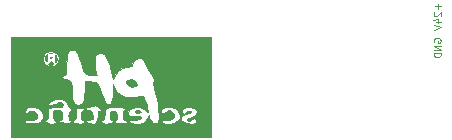
<source format=gbr>
G04 #@! TF.GenerationSoftware,KiCad,Pcbnew,(5.1.2)-2*
G04 #@! TF.CreationDate,2019-11-06T08:40:08+07:00*
G04 #@! TF.ProjectId,ph_vresistor_pos_sensor_board_hw,70685f76-7265-4736-9973-746f725f706f,rev?*
G04 #@! TF.SameCoordinates,Original*
G04 #@! TF.FileFunction,Legend,Bot*
G04 #@! TF.FilePolarity,Positive*
%FSLAX46Y46*%
G04 Gerber Fmt 4.6, Leading zero omitted, Abs format (unit mm)*
G04 Created by KiCad (PCBNEW (5.1.2)-2) date 2019-11-06 08:40:08*
%MOMM*%
%LPD*%
G04 APERTURE LIST*
%ADD10C,0.100000*%
%ADD11C,0.010000*%
G04 APERTURE END LIST*
D10*
X121366000Y-86664857D02*
X121337428Y-86607714D01*
X121337428Y-86522000D01*
X121366000Y-86436285D01*
X121423142Y-86379142D01*
X121480285Y-86350571D01*
X121594571Y-86322000D01*
X121680285Y-86322000D01*
X121794571Y-86350571D01*
X121851714Y-86379142D01*
X121908857Y-86436285D01*
X121937428Y-86522000D01*
X121937428Y-86579142D01*
X121908857Y-86664857D01*
X121880285Y-86693428D01*
X121680285Y-86693428D01*
X121680285Y-86579142D01*
X121937428Y-86950571D02*
X121337428Y-86950571D01*
X121937428Y-87293428D01*
X121337428Y-87293428D01*
X121937428Y-87579142D02*
X121337428Y-87579142D01*
X121337428Y-87722000D01*
X121366000Y-87807714D01*
X121423142Y-87864857D01*
X121480285Y-87893428D01*
X121594571Y-87922000D01*
X121680285Y-87922000D01*
X121794571Y-87893428D01*
X121851714Y-87864857D01*
X121908857Y-87807714D01*
X121937428Y-87722000D01*
X121937428Y-87579142D01*
X121708857Y-83397857D02*
X121708857Y-83855000D01*
X121937428Y-83626428D02*
X121480285Y-83626428D01*
X121394571Y-84112142D02*
X121366000Y-84140714D01*
X121337428Y-84197857D01*
X121337428Y-84340714D01*
X121366000Y-84397857D01*
X121394571Y-84426428D01*
X121451714Y-84455000D01*
X121508857Y-84455000D01*
X121594571Y-84426428D01*
X121937428Y-84083571D01*
X121937428Y-84455000D01*
X121537428Y-84969285D02*
X121937428Y-84969285D01*
X121308857Y-84826428D02*
X121737428Y-84683571D01*
X121737428Y-85055000D01*
X121337428Y-85197857D02*
X121937428Y-85397857D01*
X121337428Y-85597857D01*
D11*
G36*
X88814166Y-87573927D02*
G01*
X88803530Y-87604829D01*
X88920000Y-87616631D01*
X89040195Y-87603326D01*
X89025833Y-87573927D01*
X88852491Y-87562744D01*
X88814166Y-87573927D01*
X88814166Y-87573927D01*
G37*
X88814166Y-87573927D02*
X88803530Y-87604829D01*
X88920000Y-87616631D01*
X89040195Y-87603326D01*
X89025833Y-87573927D01*
X88852491Y-87562744D01*
X88814166Y-87573927D01*
G36*
X88863555Y-87912222D02*
G01*
X88875178Y-87962556D01*
X88920000Y-87968667D01*
X88989690Y-87937688D01*
X88976444Y-87912222D01*
X88875965Y-87902089D01*
X88863555Y-87912222D01*
X88863555Y-87912222D01*
G37*
X88863555Y-87912222D02*
X88875178Y-87962556D01*
X88920000Y-87968667D01*
X88989690Y-87937688D01*
X88976444Y-87912222D01*
X88875965Y-87902089D01*
X88863555Y-87912222D01*
G36*
X88517833Y-87771680D02*
G01*
X88426101Y-87977100D01*
X88428641Y-88169659D01*
X88496666Y-88265000D01*
X88581858Y-88270136D01*
X88591313Y-88248830D01*
X88601409Y-88123056D01*
X88612093Y-87913134D01*
X88612480Y-87903664D01*
X88611990Y-87728317D01*
X88579514Y-87699940D01*
X88517833Y-87771680D01*
X88517833Y-87771680D01*
G37*
X88517833Y-87771680D02*
X88426101Y-87977100D01*
X88428641Y-88169659D01*
X88496666Y-88265000D01*
X88581858Y-88270136D01*
X88591313Y-88248830D01*
X88601409Y-88123056D01*
X88612093Y-87913134D01*
X88612480Y-87903664D01*
X88611990Y-87728317D01*
X88579514Y-87699940D01*
X88517833Y-87771680D01*
G36*
X89302442Y-87753743D02*
G01*
X89279839Y-87862833D01*
X89267469Y-88110529D01*
X89280215Y-88243833D01*
X89312408Y-88370349D01*
X89354151Y-88340017D01*
X89379901Y-88285977D01*
X89406979Y-88096493D01*
X89379526Y-87904977D01*
X89330481Y-87752129D01*
X89302442Y-87753743D01*
X89302442Y-87753743D01*
G37*
X89302442Y-87753743D02*
X89279839Y-87862833D01*
X89267469Y-88110529D01*
X89280215Y-88243833D01*
X89312408Y-88370349D01*
X89354151Y-88340017D01*
X89379901Y-88285977D01*
X89406979Y-88096493D01*
X89379526Y-87904977D01*
X89330481Y-87752129D01*
X89302442Y-87753743D01*
G36*
X88819587Y-88363093D02*
G01*
X88798879Y-88385504D01*
X88700813Y-88504117D01*
X88720560Y-88551715D01*
X88881732Y-88560202D01*
X88928044Y-88560037D01*
X89092982Y-88544151D01*
X89134410Y-88506542D01*
X89123195Y-88496537D01*
X89010843Y-88361951D01*
X88994030Y-88322004D01*
X88935748Y-88273280D01*
X88819587Y-88363093D01*
X88819587Y-88363093D01*
G37*
X88819587Y-88363093D02*
X88798879Y-88385504D01*
X88700813Y-88504117D01*
X88720560Y-88551715D01*
X88881732Y-88560202D01*
X88928044Y-88560037D01*
X89092982Y-88544151D01*
X89134410Y-88506542D01*
X89123195Y-88496537D01*
X89010843Y-88361951D01*
X88994030Y-88322004D01*
X88935748Y-88273280D01*
X88819587Y-88363093D01*
G36*
X95447219Y-89827113D02*
G01*
X95296060Y-89976554D01*
X95295129Y-90150533D01*
X95440855Y-90302734D01*
X95485650Y-90325743D01*
X95817838Y-90417667D01*
X96087538Y-90358496D01*
X96112754Y-90343543D01*
X96189386Y-90264998D01*
X96167857Y-90145690D01*
X96118391Y-90046222D01*
X95926157Y-89837375D01*
X95673278Y-89767008D01*
X95447219Y-89827113D01*
X95447219Y-89827113D01*
G37*
X95447219Y-89827113D02*
X95296060Y-89976554D01*
X95295129Y-90150533D01*
X95440855Y-90302734D01*
X95485650Y-90325743D01*
X95817838Y-90417667D01*
X96087538Y-90358496D01*
X96112754Y-90343543D01*
X96189386Y-90264998D01*
X96167857Y-90145690D01*
X96118391Y-90046222D01*
X95926157Y-89837375D01*
X95673278Y-89767008D01*
X95447219Y-89827113D01*
G36*
X96159000Y-92425382D02*
G01*
X96039405Y-92507940D01*
X96070490Y-92583233D01*
X96234811Y-92623797D01*
X96286000Y-92625333D01*
X96464380Y-92603422D01*
X96539982Y-92550631D01*
X96540000Y-92549725D01*
X96469238Y-92453733D01*
X96309374Y-92406627D01*
X96159000Y-92425382D01*
X96159000Y-92425382D01*
G37*
X96159000Y-92425382D02*
X96039405Y-92507940D01*
X96070490Y-92583233D01*
X96234811Y-92623797D01*
X96286000Y-92625333D01*
X96464380Y-92603422D01*
X96539982Y-92550631D01*
X96540000Y-92549725D01*
X96469238Y-92453733D01*
X96309374Y-92406627D01*
X96159000Y-92425382D01*
G36*
X85533333Y-94657333D02*
G01*
X102466666Y-94657333D01*
X102466666Y-92600351D01*
X101265973Y-92600351D01*
X101216362Y-92760811D01*
X101083632Y-92875766D01*
X100861739Y-92972027D01*
X100632200Y-93072948D01*
X100481043Y-93170230D01*
X100452517Y-93206781D01*
X100487656Y-93280468D01*
X100616566Y-93302226D01*
X100773355Y-93276516D01*
X100892125Y-93207801D01*
X100912049Y-93175667D01*
X101013247Y-93058234D01*
X101128680Y-93075518D01*
X101194875Y-93211782D01*
X101196666Y-93246222D01*
X101174781Y-93424031D01*
X101140222Y-93500222D01*
X100997573Y-93549087D01*
X100756727Y-93554554D01*
X100481807Y-93521462D01*
X100236934Y-93454649D01*
X100176462Y-93427492D01*
X99975310Y-93263160D01*
X99926666Y-93097329D01*
X99956562Y-92965082D01*
X100071408Y-92862823D01*
X100084681Y-92857025D01*
X99825232Y-92857025D01*
X99821765Y-93104145D01*
X99743567Y-93267296D01*
X99623314Y-93377728D01*
X99378132Y-93492843D01*
X99045250Y-93555710D01*
X98700487Y-93558072D01*
X98451925Y-93505275D01*
X98335046Y-93395051D01*
X98318000Y-93326519D01*
X98356715Y-93244836D01*
X98498631Y-93236078D01*
X98603886Y-93252787D01*
X98945971Y-93268275D01*
X99192452Y-93178710D01*
X99320769Y-92995246D01*
X99334000Y-92891796D01*
X99321283Y-92839603D01*
X98063879Y-92839603D01*
X98046579Y-93194246D01*
X97980748Y-93420135D01*
X97941063Y-93468628D01*
X97780240Y-93526067D01*
X97603655Y-93498311D01*
X97485600Y-93404384D01*
X97471333Y-93348353D01*
X97403146Y-93222793D01*
X97344333Y-93187382D01*
X97240738Y-93073156D01*
X97209697Y-92945490D01*
X97196296Y-92846945D01*
X97162938Y-92898170D01*
X97123116Y-93025545D01*
X96970012Y-93276584D01*
X96704208Y-93464641D01*
X96375108Y-93575683D01*
X96032116Y-93595677D01*
X95724637Y-93510589D01*
X95629833Y-93449719D01*
X95542378Y-93347638D01*
X95332365Y-93347638D01*
X95330144Y-93447932D01*
X95248833Y-93502059D01*
X95079409Y-93533530D01*
X94840315Y-93536805D01*
X94597275Y-93516259D01*
X94416010Y-93476270D01*
X94363126Y-93443079D01*
X94376307Y-93330423D01*
X94431565Y-93268656D01*
X94511756Y-93112028D01*
X94508000Y-92837000D01*
X94468422Y-92619214D01*
X94395210Y-92522447D01*
X94246273Y-92498597D01*
X94211666Y-92498333D01*
X94044706Y-92514684D01*
X93966150Y-92596555D01*
X93933511Y-92793170D01*
X93930926Y-92823591D01*
X93941575Y-93088390D01*
X94037964Y-93250105D01*
X94057926Y-93266482D01*
X94159765Y-93366569D01*
X94123387Y-93441273D01*
X94084666Y-93469094D01*
X93889800Y-93532704D01*
X93620491Y-93551459D01*
X93365685Y-93524179D01*
X93248319Y-93480169D01*
X93181472Y-93367717D01*
X93236654Y-93255649D01*
X93348830Y-93217638D01*
X93416258Y-93137628D01*
X93462693Y-92916843D01*
X93474952Y-92773252D01*
X93504585Y-92505138D01*
X93526978Y-92412191D01*
X93144948Y-92412191D01*
X93045056Y-92455610D01*
X93026333Y-92456000D01*
X92949440Y-92498119D01*
X92910037Y-92645741D01*
X92899333Y-92917459D01*
X92858926Y-93266803D01*
X92729345Y-93478252D01*
X92498056Y-93560704D01*
X92152522Y-93523054D01*
X92073833Y-93503302D01*
X91906989Y-93418308D01*
X91888470Y-93318840D01*
X92004947Y-93240832D01*
X92179666Y-93218000D01*
X92381229Y-93201047D01*
X92463087Y-93129545D01*
X92474844Y-93027500D01*
X92437091Y-92697048D01*
X92322885Y-92505576D01*
X92156408Y-92439625D01*
X91962759Y-92378078D01*
X91911350Y-92281807D01*
X91919931Y-92273646D01*
X91789329Y-92273646D01*
X91770426Y-92345942D01*
X91625786Y-92414792D01*
X91516784Y-92478976D01*
X91472037Y-92611892D01*
X91472237Y-92843136D01*
X91508011Y-93105214D01*
X91590417Y-93238198D01*
X91645118Y-93265343D01*
X91785178Y-93355270D01*
X91763615Y-93476365D01*
X91742222Y-93500222D01*
X91620200Y-93538841D01*
X91400803Y-93554729D01*
X91154516Y-93547455D01*
X90951824Y-93516587D01*
X90916591Y-93505275D01*
X90805613Y-93408798D01*
X90802455Y-93379407D01*
X90698000Y-93379407D01*
X90617528Y-93433025D01*
X90390949Y-93464778D01*
X90147666Y-93472000D01*
X89828983Y-93458461D01*
X89640256Y-93420339D01*
X89597333Y-93379407D01*
X89667259Y-93282633D01*
X89745759Y-93247999D01*
X89839219Y-93187635D01*
X89872416Y-93043166D01*
X89864907Y-92841049D01*
X89835356Y-92608754D01*
X89770482Y-92493690D01*
X89632399Y-92443775D01*
X89568314Y-92433314D01*
X89347505Y-92417158D01*
X89195166Y-92433916D01*
X89120115Y-92541223D01*
X89088209Y-92744277D01*
X89097692Y-92975556D01*
X89146812Y-93167534D01*
X89216333Y-93248618D01*
X89329000Y-93364243D01*
X89343333Y-93431434D01*
X89271623Y-93515418D01*
X89093538Y-93553882D01*
X88864644Y-93550788D01*
X88640511Y-93510098D01*
X88476705Y-93435771D01*
X88427751Y-93366167D01*
X88460544Y-93240134D01*
X88532792Y-93218000D01*
X88609317Y-93183862D01*
X88650533Y-93058769D01*
X88665362Y-92808699D01*
X88665833Y-92735705D01*
X88262939Y-92735705D01*
X88254312Y-93055597D01*
X88234899Y-93119220D01*
X88113231Y-93327325D01*
X87963033Y-93455325D01*
X87746123Y-93514086D01*
X87441624Y-93546153D01*
X87128487Y-93547974D01*
X86885664Y-93515998D01*
X86852591Y-93505275D01*
X86735714Y-93395136D01*
X86718666Y-93326678D01*
X86760278Y-93244948D01*
X86909408Y-93226870D01*
X87036166Y-93238600D01*
X87383411Y-93236357D01*
X87631153Y-93145383D01*
X87760321Y-92983735D01*
X87751842Y-92769470D01*
X87678173Y-92630810D01*
X87519576Y-92506643D01*
X87312459Y-92457211D01*
X87123847Y-92487435D01*
X87026715Y-92583000D01*
X86923397Y-92702725D01*
X86801828Y-92689880D01*
X86724133Y-92560940D01*
X86718666Y-92501312D01*
X86789881Y-92287105D01*
X86995803Y-92163622D01*
X87324852Y-92136301D01*
X87466000Y-92150331D01*
X87852335Y-92262346D01*
X88123464Y-92464379D01*
X88262939Y-92735705D01*
X88665833Y-92735705D01*
X88666000Y-92710000D01*
X88666000Y-92202000D01*
X89174000Y-92191417D01*
X89521891Y-92182812D01*
X89735383Y-92168073D01*
X89849363Y-92137142D01*
X89898719Y-92079964D01*
X89918340Y-91986480D01*
X89919769Y-91976439D01*
X89879026Y-91809156D01*
X89742203Y-91720354D01*
X89572630Y-91731394D01*
X89459685Y-91821243D01*
X89317196Y-91921580D01*
X89220401Y-91918943D01*
X89109058Y-91917886D01*
X89089333Y-91956546D01*
X89025764Y-92014940D01*
X88886254Y-92012078D01*
X88747595Y-91959819D01*
X88690215Y-91894916D01*
X88737414Y-91795906D01*
X88901285Y-91677993D01*
X89134418Y-91564107D01*
X89389399Y-91477178D01*
X89618817Y-91440135D01*
X89630856Y-91440000D01*
X89901585Y-91493557D01*
X90146968Y-91629690D01*
X90315117Y-91811587D01*
X90359333Y-91956802D01*
X90416414Y-92116969D01*
X90486333Y-92171382D01*
X90595570Y-92273795D01*
X90597565Y-92404171D01*
X90517111Y-92473963D01*
X90455162Y-92570730D01*
X90416236Y-92774208D01*
X90411278Y-92857748D01*
X90423740Y-93100366D01*
X90488498Y-93219995D01*
X90549833Y-93248137D01*
X90675501Y-93324635D01*
X90698000Y-93379407D01*
X90802455Y-93379407D01*
X90792801Y-93289584D01*
X90880954Y-93219768D01*
X90905441Y-93218000D01*
X90982953Y-93165703D01*
X91030709Y-92991818D01*
X91053608Y-92731167D01*
X91079000Y-92244333D01*
X91438833Y-92218298D01*
X91672873Y-92224870D01*
X91789329Y-92273646D01*
X91919931Y-92273646D01*
X92008513Y-92189403D01*
X92110152Y-92157675D01*
X92343198Y-92091085D01*
X92498499Y-92026003D01*
X92652503Y-92000192D01*
X92847741Y-92094056D01*
X92900666Y-92131706D01*
X93095904Y-92301863D01*
X93144948Y-92412191D01*
X93526978Y-92412191D01*
X93552695Y-92305455D01*
X93585186Y-92244447D01*
X93699382Y-92211641D01*
X93934443Y-92188819D01*
X94242436Y-92176244D01*
X94575425Y-92174179D01*
X94885475Y-92182884D01*
X95124654Y-92202623D01*
X95245025Y-92233658D01*
X95246910Y-92235355D01*
X95236116Y-92327272D01*
X95156592Y-92440981D01*
X95047469Y-92643794D01*
X95012543Y-92886703D01*
X95049668Y-93108506D01*
X95156697Y-93248001D01*
X95185333Y-93260333D01*
X95332365Y-93347638D01*
X95542378Y-93347638D01*
X95522896Y-93324898D01*
X95568674Y-93250903D01*
X95755607Y-93237481D01*
X95865513Y-93250968D01*
X96166221Y-93261160D01*
X96401054Y-93198945D01*
X96528426Y-93078542D01*
X96540000Y-93020355D01*
X96468281Y-92948482D01*
X96248703Y-92947349D01*
X96243896Y-92947904D01*
X95888640Y-92952736D01*
X95626364Y-92881953D01*
X95491309Y-92746931D01*
X95486914Y-92538614D01*
X95615805Y-92358163D01*
X95842210Y-92223750D01*
X96130360Y-92153546D01*
X96444484Y-92165723D01*
X96571214Y-92198330D01*
X96813581Y-92314848D01*
X96999507Y-92465495D01*
X97013976Y-92483646D01*
X97100607Y-92592749D01*
X97127707Y-92580017D01*
X97108060Y-92425759D01*
X97096316Y-92356814D01*
X97039171Y-92086964D01*
X96955459Y-91758193D01*
X96912646Y-91607614D01*
X96829379Y-91355447D01*
X96756280Y-91234216D01*
X96665307Y-91209889D01*
X96597735Y-91225412D01*
X96417439Y-91261470D01*
X96134643Y-91298698D01*
X95862666Y-91324609D01*
X95319921Y-91306031D01*
X94880795Y-91155265D01*
X94539915Y-90869721D01*
X94363538Y-90601183D01*
X94169333Y-90228033D01*
X94160894Y-90855183D01*
X94146991Y-91299691D01*
X94113222Y-91601087D01*
X94050309Y-91785265D01*
X93948976Y-91878113D01*
X93799946Y-91905524D01*
X93784516Y-91905667D01*
X93674090Y-91898020D01*
X93587854Y-91856932D01*
X93508452Y-91755183D01*
X93418527Y-91565553D01*
X93300723Y-91260822D01*
X93202979Y-90993636D01*
X93053394Y-90588371D01*
X92934997Y-90314436D01*
X92820076Y-90144405D01*
X92680918Y-90050848D01*
X92489811Y-90006338D01*
X92219041Y-89983446D01*
X92179666Y-89980836D01*
X91841000Y-89958333D01*
X91788382Y-90720333D01*
X91747128Y-91204728D01*
X91693624Y-91544354D01*
X91616218Y-91763771D01*
X91503258Y-91887544D01*
X91343091Y-91940233D01*
X91206000Y-91948000D01*
X90991756Y-91924310D01*
X90846069Y-91836256D01*
X90756709Y-91658363D01*
X90711449Y-91365155D01*
X90698060Y-90931155D01*
X90698000Y-90889666D01*
X90686154Y-90445543D01*
X90642579Y-90142780D01*
X90555221Y-89954554D01*
X90412024Y-89854039D01*
X90215299Y-89815524D01*
X89997605Y-89778679D01*
X89905906Y-89699508D01*
X89893666Y-89619667D01*
X89963873Y-89466078D01*
X90065210Y-89425762D01*
X90140739Y-89403438D01*
X90190378Y-89342189D01*
X90219735Y-89211780D01*
X90234416Y-88981974D01*
X90240026Y-88622536D01*
X90240806Y-88478729D01*
X90249266Y-88065194D01*
X89597333Y-88065194D01*
X89526963Y-88373222D01*
X89343056Y-88595306D01*
X89086417Y-88715165D01*
X88797849Y-88716513D01*
X88518157Y-88583070D01*
X88450485Y-88522848D01*
X88286057Y-88257762D01*
X88259232Y-87968749D01*
X88352671Y-87698159D01*
X88549040Y-87488338D01*
X88830999Y-87381636D01*
X88920000Y-87376000D01*
X89215285Y-87452867D01*
X89450946Y-87653754D01*
X89583177Y-87934086D01*
X89597333Y-88065194D01*
X90249266Y-88065194D01*
X90250497Y-88005066D01*
X90281931Y-87675281D01*
X90345953Y-87464270D01*
X90453406Y-87346931D01*
X90615134Y-87298158D01*
X90753709Y-87291333D01*
X90932146Y-87306509D01*
X91049018Y-87379092D01*
X91151076Y-87549663D01*
X91213918Y-87690806D01*
X91327024Y-87981982D01*
X91455730Y-88353655D01*
X91566433Y-88706451D01*
X91666765Y-89030175D01*
X91762120Y-89229198D01*
X91895851Y-89341106D01*
X92111312Y-89403487D01*
X92424224Y-89450162D01*
X92667018Y-89478051D01*
X92777294Y-89467737D01*
X92789494Y-89409277D01*
X92766157Y-89351446D01*
X92728699Y-89196526D01*
X92693839Y-88924665D01*
X92667903Y-88588212D01*
X92663713Y-88503751D01*
X92651699Y-88159799D01*
X92658820Y-87943460D01*
X92694155Y-87813312D01*
X92766781Y-87727935D01*
X92846052Y-87671721D01*
X93067000Y-87577866D01*
X93254271Y-87559970D01*
X93424755Y-87662343D01*
X93604475Y-87905998D01*
X93780153Y-88264382D01*
X93938514Y-88710948D01*
X94053519Y-89158185D01*
X94194784Y-89815570D01*
X94372558Y-89464302D01*
X94635594Y-89097808D01*
X94979744Y-88846188D01*
X95368710Y-88734151D01*
X95450241Y-88730667D01*
X95672312Y-88712636D01*
X95782709Y-88638431D01*
X95825884Y-88527029D01*
X95948343Y-88278987D01*
X96150079Y-88082988D01*
X96377615Y-87984337D01*
X96468214Y-87982859D01*
X96585737Y-88033928D01*
X96713518Y-88170058D01*
X96870447Y-88416037D01*
X97048000Y-88743710D01*
X97230017Y-89080872D01*
X97401519Y-89376154D01*
X97536674Y-89586020D01*
X97583915Y-89646834D01*
X97687043Y-89813079D01*
X97654908Y-89973964D01*
X97651564Y-89980303D01*
X97611910Y-90157826D01*
X97646684Y-90430906D01*
X97688906Y-90601180D01*
X97845163Y-91236995D01*
X97961115Y-91837593D01*
X98034706Y-92379591D01*
X98063879Y-92839603D01*
X99321283Y-92839603D01*
X99274454Y-92647408D01*
X99125439Y-92482628D01*
X98931389Y-92421114D01*
X98736738Y-92486524D01*
X98677847Y-92542427D01*
X98500219Y-92687671D01*
X98357450Y-92681944D01*
X98287382Y-92583000D01*
X98272447Y-92368577D01*
X98398916Y-92215108D01*
X98646215Y-92134176D01*
X98993770Y-92137366D01*
X99061444Y-92147124D01*
X99451772Y-92268188D01*
X99703115Y-92483965D01*
X99819034Y-92797764D01*
X99825232Y-92857025D01*
X100084681Y-92857025D01*
X100308941Y-92759064D01*
X100350000Y-92744111D01*
X100620023Y-92630710D01*
X100754945Y-92538020D01*
X100745741Y-92476385D01*
X100601343Y-92456000D01*
X100438537Y-92511171D01*
X100380618Y-92583000D01*
X100279373Y-92708361D01*
X100158375Y-92706433D01*
X100063003Y-92606230D01*
X100038638Y-92436766D01*
X100052973Y-92373517D01*
X100180822Y-92225550D01*
X100416885Y-92152137D01*
X100714091Y-92160305D01*
X100977120Y-92235584D01*
X101182207Y-92339717D01*
X101264017Y-92452048D01*
X101265973Y-92600351D01*
X102466666Y-92600351D01*
X102466666Y-86190667D01*
X85533333Y-86190667D01*
X85533333Y-94657333D01*
X85533333Y-94657333D01*
G37*
X85533333Y-94657333D02*
X102466666Y-94657333D01*
X102466666Y-92600351D01*
X101265973Y-92600351D01*
X101216362Y-92760811D01*
X101083632Y-92875766D01*
X100861739Y-92972027D01*
X100632200Y-93072948D01*
X100481043Y-93170230D01*
X100452517Y-93206781D01*
X100487656Y-93280468D01*
X100616566Y-93302226D01*
X100773355Y-93276516D01*
X100892125Y-93207801D01*
X100912049Y-93175667D01*
X101013247Y-93058234D01*
X101128680Y-93075518D01*
X101194875Y-93211782D01*
X101196666Y-93246222D01*
X101174781Y-93424031D01*
X101140222Y-93500222D01*
X100997573Y-93549087D01*
X100756727Y-93554554D01*
X100481807Y-93521462D01*
X100236934Y-93454649D01*
X100176462Y-93427492D01*
X99975310Y-93263160D01*
X99926666Y-93097329D01*
X99956562Y-92965082D01*
X100071408Y-92862823D01*
X100084681Y-92857025D01*
X99825232Y-92857025D01*
X99821765Y-93104145D01*
X99743567Y-93267296D01*
X99623314Y-93377728D01*
X99378132Y-93492843D01*
X99045250Y-93555710D01*
X98700487Y-93558072D01*
X98451925Y-93505275D01*
X98335046Y-93395051D01*
X98318000Y-93326519D01*
X98356715Y-93244836D01*
X98498631Y-93236078D01*
X98603886Y-93252787D01*
X98945971Y-93268275D01*
X99192452Y-93178710D01*
X99320769Y-92995246D01*
X99334000Y-92891796D01*
X99321283Y-92839603D01*
X98063879Y-92839603D01*
X98046579Y-93194246D01*
X97980748Y-93420135D01*
X97941063Y-93468628D01*
X97780240Y-93526067D01*
X97603655Y-93498311D01*
X97485600Y-93404384D01*
X97471333Y-93348353D01*
X97403146Y-93222793D01*
X97344333Y-93187382D01*
X97240738Y-93073156D01*
X97209697Y-92945490D01*
X97196296Y-92846945D01*
X97162938Y-92898170D01*
X97123116Y-93025545D01*
X96970012Y-93276584D01*
X96704208Y-93464641D01*
X96375108Y-93575683D01*
X96032116Y-93595677D01*
X95724637Y-93510589D01*
X95629833Y-93449719D01*
X95542378Y-93347638D01*
X95332365Y-93347638D01*
X95330144Y-93447932D01*
X95248833Y-93502059D01*
X95079409Y-93533530D01*
X94840315Y-93536805D01*
X94597275Y-93516259D01*
X94416010Y-93476270D01*
X94363126Y-93443079D01*
X94376307Y-93330423D01*
X94431565Y-93268656D01*
X94511756Y-93112028D01*
X94508000Y-92837000D01*
X94468422Y-92619214D01*
X94395210Y-92522447D01*
X94246273Y-92498597D01*
X94211666Y-92498333D01*
X94044706Y-92514684D01*
X93966150Y-92596555D01*
X93933511Y-92793170D01*
X93930926Y-92823591D01*
X93941575Y-93088390D01*
X94037964Y-93250105D01*
X94057926Y-93266482D01*
X94159765Y-93366569D01*
X94123387Y-93441273D01*
X94084666Y-93469094D01*
X93889800Y-93532704D01*
X93620491Y-93551459D01*
X93365685Y-93524179D01*
X93248319Y-93480169D01*
X93181472Y-93367717D01*
X93236654Y-93255649D01*
X93348830Y-93217638D01*
X93416258Y-93137628D01*
X93462693Y-92916843D01*
X93474952Y-92773252D01*
X93504585Y-92505138D01*
X93526978Y-92412191D01*
X93144948Y-92412191D01*
X93045056Y-92455610D01*
X93026333Y-92456000D01*
X92949440Y-92498119D01*
X92910037Y-92645741D01*
X92899333Y-92917459D01*
X92858926Y-93266803D01*
X92729345Y-93478252D01*
X92498056Y-93560704D01*
X92152522Y-93523054D01*
X92073833Y-93503302D01*
X91906989Y-93418308D01*
X91888470Y-93318840D01*
X92004947Y-93240832D01*
X92179666Y-93218000D01*
X92381229Y-93201047D01*
X92463087Y-93129545D01*
X92474844Y-93027500D01*
X92437091Y-92697048D01*
X92322885Y-92505576D01*
X92156408Y-92439625D01*
X91962759Y-92378078D01*
X91911350Y-92281807D01*
X91919931Y-92273646D01*
X91789329Y-92273646D01*
X91770426Y-92345942D01*
X91625786Y-92414792D01*
X91516784Y-92478976D01*
X91472037Y-92611892D01*
X91472237Y-92843136D01*
X91508011Y-93105214D01*
X91590417Y-93238198D01*
X91645118Y-93265343D01*
X91785178Y-93355270D01*
X91763615Y-93476365D01*
X91742222Y-93500222D01*
X91620200Y-93538841D01*
X91400803Y-93554729D01*
X91154516Y-93547455D01*
X90951824Y-93516587D01*
X90916591Y-93505275D01*
X90805613Y-93408798D01*
X90802455Y-93379407D01*
X90698000Y-93379407D01*
X90617528Y-93433025D01*
X90390949Y-93464778D01*
X90147666Y-93472000D01*
X89828983Y-93458461D01*
X89640256Y-93420339D01*
X89597333Y-93379407D01*
X89667259Y-93282633D01*
X89745759Y-93247999D01*
X89839219Y-93187635D01*
X89872416Y-93043166D01*
X89864907Y-92841049D01*
X89835356Y-92608754D01*
X89770482Y-92493690D01*
X89632399Y-92443775D01*
X89568314Y-92433314D01*
X89347505Y-92417158D01*
X89195166Y-92433916D01*
X89120115Y-92541223D01*
X89088209Y-92744277D01*
X89097692Y-92975556D01*
X89146812Y-93167534D01*
X89216333Y-93248618D01*
X89329000Y-93364243D01*
X89343333Y-93431434D01*
X89271623Y-93515418D01*
X89093538Y-93553882D01*
X88864644Y-93550788D01*
X88640511Y-93510098D01*
X88476705Y-93435771D01*
X88427751Y-93366167D01*
X88460544Y-93240134D01*
X88532792Y-93218000D01*
X88609317Y-93183862D01*
X88650533Y-93058769D01*
X88665362Y-92808699D01*
X88665833Y-92735705D01*
X88262939Y-92735705D01*
X88254312Y-93055597D01*
X88234899Y-93119220D01*
X88113231Y-93327325D01*
X87963033Y-93455325D01*
X87746123Y-93514086D01*
X87441624Y-93546153D01*
X87128487Y-93547974D01*
X86885664Y-93515998D01*
X86852591Y-93505275D01*
X86735714Y-93395136D01*
X86718666Y-93326678D01*
X86760278Y-93244948D01*
X86909408Y-93226870D01*
X87036166Y-93238600D01*
X87383411Y-93236357D01*
X87631153Y-93145383D01*
X87760321Y-92983735D01*
X87751842Y-92769470D01*
X87678173Y-92630810D01*
X87519576Y-92506643D01*
X87312459Y-92457211D01*
X87123847Y-92487435D01*
X87026715Y-92583000D01*
X86923397Y-92702725D01*
X86801828Y-92689880D01*
X86724133Y-92560940D01*
X86718666Y-92501312D01*
X86789881Y-92287105D01*
X86995803Y-92163622D01*
X87324852Y-92136301D01*
X87466000Y-92150331D01*
X87852335Y-92262346D01*
X88123464Y-92464379D01*
X88262939Y-92735705D01*
X88665833Y-92735705D01*
X88666000Y-92710000D01*
X88666000Y-92202000D01*
X89174000Y-92191417D01*
X89521891Y-92182812D01*
X89735383Y-92168073D01*
X89849363Y-92137142D01*
X89898719Y-92079964D01*
X89918340Y-91986480D01*
X89919769Y-91976439D01*
X89879026Y-91809156D01*
X89742203Y-91720354D01*
X89572630Y-91731394D01*
X89459685Y-91821243D01*
X89317196Y-91921580D01*
X89220401Y-91918943D01*
X89109058Y-91917886D01*
X89089333Y-91956546D01*
X89025764Y-92014940D01*
X88886254Y-92012078D01*
X88747595Y-91959819D01*
X88690215Y-91894916D01*
X88737414Y-91795906D01*
X88901285Y-91677993D01*
X89134418Y-91564107D01*
X89389399Y-91477178D01*
X89618817Y-91440135D01*
X89630856Y-91440000D01*
X89901585Y-91493557D01*
X90146968Y-91629690D01*
X90315117Y-91811587D01*
X90359333Y-91956802D01*
X90416414Y-92116969D01*
X90486333Y-92171382D01*
X90595570Y-92273795D01*
X90597565Y-92404171D01*
X90517111Y-92473963D01*
X90455162Y-92570730D01*
X90416236Y-92774208D01*
X90411278Y-92857748D01*
X90423740Y-93100366D01*
X90488498Y-93219995D01*
X90549833Y-93248137D01*
X90675501Y-93324635D01*
X90698000Y-93379407D01*
X90802455Y-93379407D01*
X90792801Y-93289584D01*
X90880954Y-93219768D01*
X90905441Y-93218000D01*
X90982953Y-93165703D01*
X91030709Y-92991818D01*
X91053608Y-92731167D01*
X91079000Y-92244333D01*
X91438833Y-92218298D01*
X91672873Y-92224870D01*
X91789329Y-92273646D01*
X91919931Y-92273646D01*
X92008513Y-92189403D01*
X92110152Y-92157675D01*
X92343198Y-92091085D01*
X92498499Y-92026003D01*
X92652503Y-92000192D01*
X92847741Y-92094056D01*
X92900666Y-92131706D01*
X93095904Y-92301863D01*
X93144948Y-92412191D01*
X93526978Y-92412191D01*
X93552695Y-92305455D01*
X93585186Y-92244447D01*
X93699382Y-92211641D01*
X93934443Y-92188819D01*
X94242436Y-92176244D01*
X94575425Y-92174179D01*
X94885475Y-92182884D01*
X95124654Y-92202623D01*
X95245025Y-92233658D01*
X95246910Y-92235355D01*
X95236116Y-92327272D01*
X95156592Y-92440981D01*
X95047469Y-92643794D01*
X95012543Y-92886703D01*
X95049668Y-93108506D01*
X95156697Y-93248001D01*
X95185333Y-93260333D01*
X95332365Y-93347638D01*
X95542378Y-93347638D01*
X95522896Y-93324898D01*
X95568674Y-93250903D01*
X95755607Y-93237481D01*
X95865513Y-93250968D01*
X96166221Y-93261160D01*
X96401054Y-93198945D01*
X96528426Y-93078542D01*
X96540000Y-93020355D01*
X96468281Y-92948482D01*
X96248703Y-92947349D01*
X96243896Y-92947904D01*
X95888640Y-92952736D01*
X95626364Y-92881953D01*
X95491309Y-92746931D01*
X95486914Y-92538614D01*
X95615805Y-92358163D01*
X95842210Y-92223750D01*
X96130360Y-92153546D01*
X96444484Y-92165723D01*
X96571214Y-92198330D01*
X96813581Y-92314848D01*
X96999507Y-92465495D01*
X97013976Y-92483646D01*
X97100607Y-92592749D01*
X97127707Y-92580017D01*
X97108060Y-92425759D01*
X97096316Y-92356814D01*
X97039171Y-92086964D01*
X96955459Y-91758193D01*
X96912646Y-91607614D01*
X96829379Y-91355447D01*
X96756280Y-91234216D01*
X96665307Y-91209889D01*
X96597735Y-91225412D01*
X96417439Y-91261470D01*
X96134643Y-91298698D01*
X95862666Y-91324609D01*
X95319921Y-91306031D01*
X94880795Y-91155265D01*
X94539915Y-90869721D01*
X94363538Y-90601183D01*
X94169333Y-90228033D01*
X94160894Y-90855183D01*
X94146991Y-91299691D01*
X94113222Y-91601087D01*
X94050309Y-91785265D01*
X93948976Y-91878113D01*
X93799946Y-91905524D01*
X93784516Y-91905667D01*
X93674090Y-91898020D01*
X93587854Y-91856932D01*
X93508452Y-91755183D01*
X93418527Y-91565553D01*
X93300723Y-91260822D01*
X93202979Y-90993636D01*
X93053394Y-90588371D01*
X92934997Y-90314436D01*
X92820076Y-90144405D01*
X92680918Y-90050848D01*
X92489811Y-90006338D01*
X92219041Y-89983446D01*
X92179666Y-89980836D01*
X91841000Y-89958333D01*
X91788382Y-90720333D01*
X91747128Y-91204728D01*
X91693624Y-91544354D01*
X91616218Y-91763771D01*
X91503258Y-91887544D01*
X91343091Y-91940233D01*
X91206000Y-91948000D01*
X90991756Y-91924310D01*
X90846069Y-91836256D01*
X90756709Y-91658363D01*
X90711449Y-91365155D01*
X90698060Y-90931155D01*
X90698000Y-90889666D01*
X90686154Y-90445543D01*
X90642579Y-90142780D01*
X90555221Y-89954554D01*
X90412024Y-89854039D01*
X90215299Y-89815524D01*
X89997605Y-89778679D01*
X89905906Y-89699508D01*
X89893666Y-89619667D01*
X89963873Y-89466078D01*
X90065210Y-89425762D01*
X90140739Y-89403438D01*
X90190378Y-89342189D01*
X90219735Y-89211780D01*
X90234416Y-88981974D01*
X90240026Y-88622536D01*
X90240806Y-88478729D01*
X90249266Y-88065194D01*
X89597333Y-88065194D01*
X89526963Y-88373222D01*
X89343056Y-88595306D01*
X89086417Y-88715165D01*
X88797849Y-88716513D01*
X88518157Y-88583070D01*
X88450485Y-88522848D01*
X88286057Y-88257762D01*
X88259232Y-87968749D01*
X88352671Y-87698159D01*
X88549040Y-87488338D01*
X88830999Y-87381636D01*
X88920000Y-87376000D01*
X89215285Y-87452867D01*
X89450946Y-87653754D01*
X89583177Y-87934086D01*
X89597333Y-88065194D01*
X90249266Y-88065194D01*
X90250497Y-88005066D01*
X90281931Y-87675281D01*
X90345953Y-87464270D01*
X90453406Y-87346931D01*
X90615134Y-87298158D01*
X90753709Y-87291333D01*
X90932146Y-87306509D01*
X91049018Y-87379092D01*
X91151076Y-87549663D01*
X91213918Y-87690806D01*
X91327024Y-87981982D01*
X91455730Y-88353655D01*
X91566433Y-88706451D01*
X91666765Y-89030175D01*
X91762120Y-89229198D01*
X91895851Y-89341106D01*
X92111312Y-89403487D01*
X92424224Y-89450162D01*
X92667018Y-89478051D01*
X92777294Y-89467737D01*
X92789494Y-89409277D01*
X92766157Y-89351446D01*
X92728699Y-89196526D01*
X92693839Y-88924665D01*
X92667903Y-88588212D01*
X92663713Y-88503751D01*
X92651699Y-88159799D01*
X92658820Y-87943460D01*
X92694155Y-87813312D01*
X92766781Y-87727935D01*
X92846052Y-87671721D01*
X93067000Y-87577866D01*
X93254271Y-87559970D01*
X93424755Y-87662343D01*
X93604475Y-87905998D01*
X93780153Y-88264382D01*
X93938514Y-88710948D01*
X94053519Y-89158185D01*
X94194784Y-89815570D01*
X94372558Y-89464302D01*
X94635594Y-89097808D01*
X94979744Y-88846188D01*
X95368710Y-88734151D01*
X95450241Y-88730667D01*
X95672312Y-88712636D01*
X95782709Y-88638431D01*
X95825884Y-88527029D01*
X95948343Y-88278987D01*
X96150079Y-88082988D01*
X96377615Y-87984337D01*
X96468214Y-87982859D01*
X96585737Y-88033928D01*
X96713518Y-88170058D01*
X96870447Y-88416037D01*
X97048000Y-88743710D01*
X97230017Y-89080872D01*
X97401519Y-89376154D01*
X97536674Y-89586020D01*
X97583915Y-89646834D01*
X97687043Y-89813079D01*
X97654908Y-89973964D01*
X97651564Y-89980303D01*
X97611910Y-90157826D01*
X97646684Y-90430906D01*
X97688906Y-90601180D01*
X97845163Y-91236995D01*
X97961115Y-91837593D01*
X98034706Y-92379591D01*
X98063879Y-92839603D01*
X99321283Y-92839603D01*
X99274454Y-92647408D01*
X99125439Y-92482628D01*
X98931389Y-92421114D01*
X98736738Y-92486524D01*
X98677847Y-92542427D01*
X98500219Y-92687671D01*
X98357450Y-92681944D01*
X98287382Y-92583000D01*
X98272447Y-92368577D01*
X98398916Y-92215108D01*
X98646215Y-92134176D01*
X98993770Y-92137366D01*
X99061444Y-92147124D01*
X99451772Y-92268188D01*
X99703115Y-92483965D01*
X99819034Y-92797764D01*
X99825232Y-92857025D01*
X100084681Y-92857025D01*
X100308941Y-92759064D01*
X100350000Y-92744111D01*
X100620023Y-92630710D01*
X100754945Y-92538020D01*
X100745741Y-92476385D01*
X100601343Y-92456000D01*
X100438537Y-92511171D01*
X100380618Y-92583000D01*
X100279373Y-92708361D01*
X100158375Y-92706433D01*
X100063003Y-92606230D01*
X100038638Y-92436766D01*
X100052973Y-92373517D01*
X100180822Y-92225550D01*
X100416885Y-92152137D01*
X100714091Y-92160305D01*
X100977120Y-92235584D01*
X101182207Y-92339717D01*
X101264017Y-92452048D01*
X101265973Y-92600351D01*
X102466666Y-92600351D01*
X102466666Y-86190667D01*
X85533333Y-86190667D01*
X85533333Y-94657333D01*
M02*

</source>
